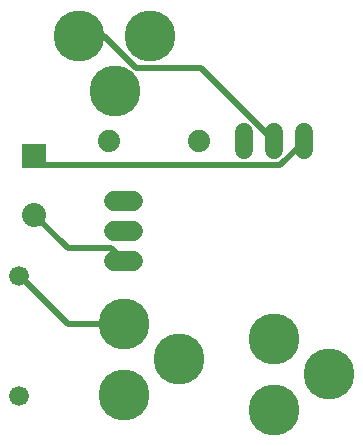
<source format=gbl>
G75*
G70*
%OFA0B0*%
%FSLAX24Y24*%
%IPPOS*%
%LPD*%
%AMOC8*
5,1,8,0,0,1.08239X$1,22.5*
%
%ADD10C,0.1700*%
%ADD11C,0.0660*%
%ADD12C,0.0740*%
%ADD13C,0.0660*%
%ADD14C,0.0600*%
%ADD15R,0.0800X0.0800*%
%ADD16C,0.0800*%
%ADD17C,0.0200*%
D10*
X005000Y004031D03*
X005000Y006394D03*
X006850Y005213D03*
X010000Y005894D03*
X010000Y003531D03*
X011850Y004713D03*
X004713Y014150D03*
X005894Y016000D03*
X003531Y016000D03*
D11*
X004670Y010500D02*
X005330Y010500D01*
X005330Y009500D02*
X004670Y009500D01*
X004670Y008500D02*
X005330Y008500D01*
D12*
X004500Y012500D03*
X007500Y012500D03*
D13*
X001500Y004000D03*
X001500Y008000D03*
D14*
X009000Y012200D02*
X009000Y012800D01*
X010000Y012800D02*
X010000Y012200D01*
X011000Y012200D02*
X011000Y012800D01*
D15*
X002000Y012000D03*
D16*
X002000Y010031D03*
D17*
X002060Y010000D01*
X003140Y008920D01*
X004580Y008920D01*
X005000Y008500D01*
X004940Y006400D02*
X005000Y006394D01*
X004940Y006400D02*
X003140Y006400D01*
X001580Y007960D01*
X001500Y008000D01*
X002300Y011680D02*
X002060Y011920D01*
X002000Y012000D01*
X002300Y011680D02*
X010220Y011680D01*
X010940Y012400D01*
X011000Y012500D01*
X010000Y012500D02*
X007580Y014920D01*
X005420Y014920D01*
X004340Y016000D01*
X003531Y016000D01*
M02*

</source>
